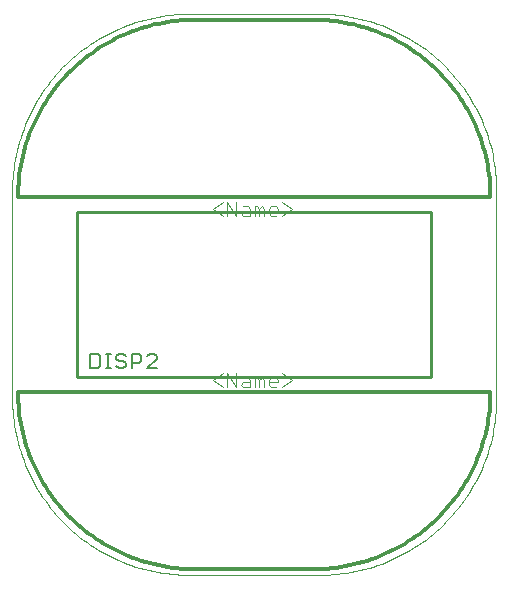
<source format=gto>
G75*
%MOIN*%
%OFA0B0*%
%FSLAX24Y24*%
%IPPOS*%
%LPD*%
%AMOC8*
5,1,8,0,0,1.08239X$1,22.5*
%
%ADD10C,0.0000*%
%ADD11C,0.0100*%
%ADD12C,0.0080*%
%ADD13C,0.0120*%
%ADD14C,0.0040*%
D10*
X002589Y006965D02*
X002589Y013855D01*
X002591Y014007D01*
X002597Y014159D01*
X002607Y014311D01*
X002620Y014462D01*
X002638Y014613D01*
X002659Y014764D01*
X002685Y014914D01*
X002714Y015063D01*
X002747Y015212D01*
X002784Y015359D01*
X002824Y015506D01*
X002869Y015651D01*
X002917Y015795D01*
X002969Y015938D01*
X003024Y016080D01*
X003083Y016220D01*
X003146Y016359D01*
X003212Y016496D01*
X003282Y016631D01*
X003355Y016764D01*
X003432Y016895D01*
X003512Y017025D01*
X003595Y017152D01*
X003681Y017277D01*
X003771Y017400D01*
X003864Y017520D01*
X003960Y017638D01*
X004059Y017754D01*
X004161Y017867D01*
X004265Y017977D01*
X004373Y018085D01*
X004483Y018189D01*
X004596Y018291D01*
X004712Y018390D01*
X004830Y018486D01*
X004950Y018579D01*
X005073Y018669D01*
X005198Y018755D01*
X005325Y018838D01*
X005455Y018918D01*
X005586Y018995D01*
X005719Y019068D01*
X005854Y019138D01*
X005991Y019204D01*
X006130Y019267D01*
X006270Y019326D01*
X006412Y019381D01*
X006555Y019433D01*
X006699Y019481D01*
X006844Y019526D01*
X006991Y019566D01*
X007138Y019603D01*
X007287Y019636D01*
X007436Y019665D01*
X007586Y019691D01*
X007737Y019712D01*
X007888Y019730D01*
X008039Y019743D01*
X008191Y019753D01*
X008343Y019759D01*
X008495Y019761D01*
X008495Y019760D02*
X012825Y019760D01*
X012825Y019761D02*
X012977Y019759D01*
X013129Y019753D01*
X013281Y019743D01*
X013432Y019730D01*
X013583Y019712D01*
X013734Y019691D01*
X013884Y019665D01*
X014033Y019636D01*
X014182Y019603D01*
X014329Y019566D01*
X014476Y019526D01*
X014621Y019481D01*
X014765Y019433D01*
X014908Y019381D01*
X015050Y019326D01*
X015190Y019267D01*
X015329Y019204D01*
X015466Y019138D01*
X015601Y019068D01*
X015734Y018995D01*
X015865Y018918D01*
X015995Y018838D01*
X016122Y018755D01*
X016247Y018669D01*
X016370Y018579D01*
X016490Y018486D01*
X016608Y018390D01*
X016724Y018291D01*
X016837Y018189D01*
X016947Y018085D01*
X017055Y017977D01*
X017159Y017867D01*
X017261Y017754D01*
X017360Y017638D01*
X017456Y017520D01*
X017549Y017400D01*
X017639Y017277D01*
X017725Y017152D01*
X017808Y017025D01*
X017888Y016895D01*
X017965Y016764D01*
X018038Y016631D01*
X018108Y016496D01*
X018174Y016359D01*
X018237Y016220D01*
X018296Y016080D01*
X018351Y015938D01*
X018403Y015795D01*
X018451Y015651D01*
X018496Y015506D01*
X018536Y015359D01*
X018573Y015212D01*
X018606Y015063D01*
X018635Y014914D01*
X018661Y014764D01*
X018682Y014613D01*
X018700Y014462D01*
X018713Y014311D01*
X018723Y014159D01*
X018729Y014007D01*
X018731Y013855D01*
X018731Y006965D01*
X018729Y006813D01*
X018723Y006661D01*
X018713Y006509D01*
X018700Y006358D01*
X018682Y006207D01*
X018661Y006056D01*
X018635Y005906D01*
X018606Y005757D01*
X018573Y005608D01*
X018536Y005461D01*
X018496Y005314D01*
X018451Y005169D01*
X018403Y005025D01*
X018351Y004882D01*
X018296Y004740D01*
X018237Y004600D01*
X018174Y004461D01*
X018108Y004324D01*
X018038Y004189D01*
X017965Y004056D01*
X017888Y003925D01*
X017808Y003795D01*
X017725Y003668D01*
X017639Y003543D01*
X017549Y003420D01*
X017456Y003300D01*
X017360Y003182D01*
X017261Y003066D01*
X017159Y002953D01*
X017055Y002843D01*
X016947Y002735D01*
X016837Y002631D01*
X016724Y002529D01*
X016608Y002430D01*
X016490Y002334D01*
X016370Y002241D01*
X016247Y002151D01*
X016122Y002065D01*
X015995Y001982D01*
X015865Y001902D01*
X015734Y001825D01*
X015601Y001752D01*
X015466Y001682D01*
X015329Y001616D01*
X015190Y001553D01*
X015050Y001494D01*
X014908Y001439D01*
X014765Y001387D01*
X014621Y001339D01*
X014476Y001294D01*
X014329Y001254D01*
X014182Y001217D01*
X014033Y001184D01*
X013884Y001155D01*
X013734Y001129D01*
X013583Y001108D01*
X013432Y001090D01*
X013281Y001077D01*
X013129Y001067D01*
X012977Y001061D01*
X012825Y001059D01*
X012825Y001060D02*
X008495Y001060D01*
X008495Y001059D02*
X008343Y001061D01*
X008191Y001067D01*
X008039Y001077D01*
X007888Y001090D01*
X007737Y001108D01*
X007586Y001129D01*
X007436Y001155D01*
X007287Y001184D01*
X007138Y001217D01*
X006991Y001254D01*
X006844Y001294D01*
X006699Y001339D01*
X006555Y001387D01*
X006412Y001439D01*
X006270Y001494D01*
X006130Y001553D01*
X005991Y001616D01*
X005854Y001682D01*
X005719Y001752D01*
X005586Y001825D01*
X005455Y001902D01*
X005325Y001982D01*
X005198Y002065D01*
X005073Y002151D01*
X004950Y002241D01*
X004830Y002334D01*
X004712Y002430D01*
X004596Y002529D01*
X004483Y002631D01*
X004373Y002735D01*
X004265Y002843D01*
X004161Y002953D01*
X004059Y003066D01*
X003960Y003182D01*
X003864Y003300D01*
X003771Y003420D01*
X003681Y003543D01*
X003595Y003668D01*
X003512Y003795D01*
X003432Y003925D01*
X003355Y004056D01*
X003282Y004189D01*
X003212Y004324D01*
X003146Y004461D01*
X003083Y004600D01*
X003024Y004740D01*
X002969Y004882D01*
X002917Y005025D01*
X002869Y005169D01*
X002824Y005314D01*
X002784Y005461D01*
X002747Y005608D01*
X002714Y005757D01*
X002685Y005906D01*
X002659Y006056D01*
X002638Y006207D01*
X002620Y006358D01*
X002607Y006509D01*
X002597Y006661D01*
X002591Y006813D01*
X002589Y006965D01*
D11*
X004754Y007654D02*
X004754Y013166D01*
X016566Y013166D01*
X016566Y007654D01*
X004754Y007654D01*
D12*
X005200Y007950D02*
X005440Y007950D01*
X005520Y008030D01*
X005520Y008350D01*
X005440Y008430D01*
X005200Y008430D01*
X005200Y007950D01*
X005716Y007950D02*
X005876Y007950D01*
X005796Y007950D02*
X005796Y008430D01*
X005716Y008430D02*
X005876Y008430D01*
X006059Y008350D02*
X006059Y008270D01*
X006139Y008190D01*
X006300Y008190D01*
X006380Y008110D01*
X006380Y008030D01*
X006300Y007950D01*
X006139Y007950D01*
X006059Y008030D01*
X006059Y008350D02*
X006139Y008430D01*
X006300Y008430D01*
X006380Y008350D01*
X006575Y008430D02*
X006815Y008430D01*
X006895Y008350D01*
X006895Y008190D01*
X006815Y008110D01*
X006575Y008110D01*
X006575Y007950D02*
X006575Y008430D01*
X007091Y008350D02*
X007171Y008430D01*
X007331Y008430D01*
X007411Y008350D01*
X007411Y008270D01*
X007091Y007950D01*
X007411Y007950D01*
D13*
X002785Y007160D02*
X002787Y007008D01*
X002793Y006856D01*
X002803Y006704D01*
X002816Y006553D01*
X002834Y006402D01*
X002855Y006251D01*
X002881Y006101D01*
X002910Y005952D01*
X002943Y005803D01*
X002980Y005656D01*
X003020Y005509D01*
X003065Y005364D01*
X003113Y005220D01*
X003165Y005077D01*
X003220Y004935D01*
X003279Y004795D01*
X003342Y004656D01*
X003408Y004519D01*
X003478Y004384D01*
X003551Y004251D01*
X003628Y004120D01*
X003708Y003990D01*
X003791Y003863D01*
X003877Y003738D01*
X003967Y003615D01*
X004060Y003495D01*
X004156Y003377D01*
X004255Y003261D01*
X004357Y003148D01*
X004461Y003038D01*
X004569Y002930D01*
X004679Y002826D01*
X004792Y002724D01*
X004908Y002625D01*
X005026Y002529D01*
X005146Y002436D01*
X005269Y002346D01*
X005394Y002260D01*
X005521Y002177D01*
X005651Y002097D01*
X005782Y002020D01*
X005915Y001947D01*
X006050Y001877D01*
X006187Y001811D01*
X006326Y001748D01*
X006466Y001689D01*
X006608Y001634D01*
X006751Y001582D01*
X006895Y001534D01*
X007040Y001489D01*
X007187Y001449D01*
X007334Y001412D01*
X007483Y001379D01*
X007632Y001350D01*
X007782Y001324D01*
X007933Y001303D01*
X008084Y001285D01*
X008235Y001272D01*
X008387Y001262D01*
X008539Y001256D01*
X008691Y001254D01*
X012629Y001254D01*
X012781Y001256D01*
X012933Y001262D01*
X013085Y001272D01*
X013236Y001285D01*
X013387Y001303D01*
X013538Y001324D01*
X013688Y001350D01*
X013837Y001379D01*
X013986Y001412D01*
X014133Y001449D01*
X014280Y001489D01*
X014425Y001534D01*
X014569Y001582D01*
X014712Y001634D01*
X014854Y001689D01*
X014994Y001748D01*
X015133Y001811D01*
X015270Y001877D01*
X015405Y001947D01*
X015538Y002020D01*
X015669Y002097D01*
X015799Y002177D01*
X015926Y002260D01*
X016051Y002346D01*
X016174Y002436D01*
X016294Y002529D01*
X016412Y002625D01*
X016528Y002724D01*
X016641Y002826D01*
X016751Y002930D01*
X016859Y003038D01*
X016963Y003148D01*
X017065Y003261D01*
X017164Y003377D01*
X017260Y003495D01*
X017353Y003615D01*
X017443Y003738D01*
X017529Y003863D01*
X017612Y003990D01*
X017692Y004120D01*
X017769Y004251D01*
X017842Y004384D01*
X017912Y004519D01*
X017978Y004656D01*
X018041Y004795D01*
X018100Y004935D01*
X018155Y005077D01*
X018207Y005220D01*
X018255Y005364D01*
X018300Y005509D01*
X018340Y005656D01*
X018377Y005803D01*
X018410Y005952D01*
X018439Y006101D01*
X018465Y006251D01*
X018486Y006402D01*
X018504Y006553D01*
X018517Y006704D01*
X018527Y006856D01*
X018533Y007008D01*
X018535Y007160D01*
X018534Y007160D02*
X002786Y007160D01*
X002786Y013660D02*
X018534Y013660D01*
X018535Y013660D02*
X018533Y013812D01*
X018527Y013964D01*
X018517Y014116D01*
X018504Y014267D01*
X018486Y014418D01*
X018465Y014569D01*
X018439Y014719D01*
X018410Y014868D01*
X018377Y015017D01*
X018340Y015164D01*
X018300Y015311D01*
X018255Y015456D01*
X018207Y015600D01*
X018155Y015743D01*
X018100Y015885D01*
X018041Y016025D01*
X017978Y016164D01*
X017912Y016301D01*
X017842Y016436D01*
X017769Y016569D01*
X017692Y016700D01*
X017612Y016830D01*
X017529Y016957D01*
X017443Y017082D01*
X017353Y017205D01*
X017260Y017325D01*
X017164Y017443D01*
X017065Y017559D01*
X016963Y017672D01*
X016859Y017782D01*
X016751Y017890D01*
X016641Y017994D01*
X016528Y018096D01*
X016412Y018195D01*
X016294Y018291D01*
X016174Y018384D01*
X016051Y018474D01*
X015926Y018560D01*
X015799Y018643D01*
X015669Y018723D01*
X015538Y018800D01*
X015405Y018873D01*
X015270Y018943D01*
X015133Y019009D01*
X014994Y019072D01*
X014854Y019131D01*
X014712Y019186D01*
X014569Y019238D01*
X014425Y019286D01*
X014280Y019331D01*
X014133Y019371D01*
X013986Y019408D01*
X013837Y019441D01*
X013688Y019470D01*
X013538Y019496D01*
X013387Y019517D01*
X013236Y019535D01*
X013085Y019548D01*
X012933Y019558D01*
X012781Y019564D01*
X012629Y019566D01*
X008691Y019566D01*
X008539Y019564D01*
X008387Y019558D01*
X008235Y019548D01*
X008084Y019535D01*
X007933Y019517D01*
X007782Y019496D01*
X007632Y019470D01*
X007483Y019441D01*
X007334Y019408D01*
X007187Y019371D01*
X007040Y019331D01*
X006895Y019286D01*
X006751Y019238D01*
X006608Y019186D01*
X006466Y019131D01*
X006326Y019072D01*
X006187Y019009D01*
X006050Y018943D01*
X005915Y018873D01*
X005782Y018800D01*
X005651Y018723D01*
X005521Y018643D01*
X005394Y018560D01*
X005269Y018474D01*
X005146Y018384D01*
X005026Y018291D01*
X004908Y018195D01*
X004792Y018096D01*
X004679Y017994D01*
X004569Y017890D01*
X004461Y017782D01*
X004357Y017672D01*
X004255Y017559D01*
X004156Y017443D01*
X004060Y017325D01*
X003967Y017205D01*
X003877Y017082D01*
X003791Y016957D01*
X003708Y016830D01*
X003628Y016700D01*
X003551Y016569D01*
X003478Y016436D01*
X003408Y016301D01*
X003342Y016164D01*
X003279Y016025D01*
X003220Y015885D01*
X003165Y015743D01*
X003113Y015600D01*
X003065Y015456D01*
X003020Y015311D01*
X002980Y015164D01*
X002943Y015017D01*
X002910Y014868D01*
X002881Y014719D01*
X002855Y014569D01*
X002834Y014418D01*
X002816Y014267D01*
X002803Y014116D01*
X002793Y013964D01*
X002787Y013812D01*
X002785Y013660D01*
D14*
X009299Y013266D02*
X009606Y013036D01*
X009759Y013036D02*
X009759Y013497D01*
X010066Y013036D01*
X010066Y013497D01*
X010296Y013343D02*
X010450Y013343D01*
X010527Y013266D01*
X010527Y013036D01*
X010296Y013036D01*
X010220Y013113D01*
X010296Y013190D01*
X010527Y013190D01*
X010680Y013343D02*
X010680Y013036D01*
X010833Y013036D02*
X010833Y013266D01*
X010910Y013343D01*
X010987Y013266D01*
X010987Y013036D01*
X011140Y013113D02*
X011140Y013266D01*
X011217Y013343D01*
X011371Y013343D01*
X011447Y013266D01*
X011447Y013190D01*
X011140Y013190D01*
X011140Y013113D02*
X011217Y013036D01*
X011371Y013036D01*
X011601Y013036D02*
X011908Y013266D01*
X011601Y013497D01*
X010833Y013266D02*
X010757Y013343D01*
X010680Y013343D01*
X009606Y013497D02*
X009299Y013266D01*
X009606Y007784D02*
X009299Y007554D01*
X009606Y007324D01*
X009759Y007324D02*
X009759Y007784D01*
X010066Y007324D01*
X010066Y007784D01*
X010296Y007631D02*
X010450Y007631D01*
X010527Y007554D01*
X010527Y007324D01*
X010296Y007324D01*
X010220Y007400D01*
X010296Y007477D01*
X010527Y007477D01*
X010680Y007324D02*
X010680Y007631D01*
X010757Y007631D01*
X010833Y007554D01*
X010910Y007631D01*
X010987Y007554D01*
X010987Y007324D01*
X010833Y007324D02*
X010833Y007554D01*
X011140Y007554D02*
X011140Y007400D01*
X011217Y007324D01*
X011371Y007324D01*
X011447Y007477D02*
X011140Y007477D01*
X011140Y007554D02*
X011217Y007631D01*
X011371Y007631D01*
X011447Y007554D01*
X011447Y007477D01*
X011601Y007324D02*
X011908Y007554D01*
X011601Y007784D01*
M02*

</source>
